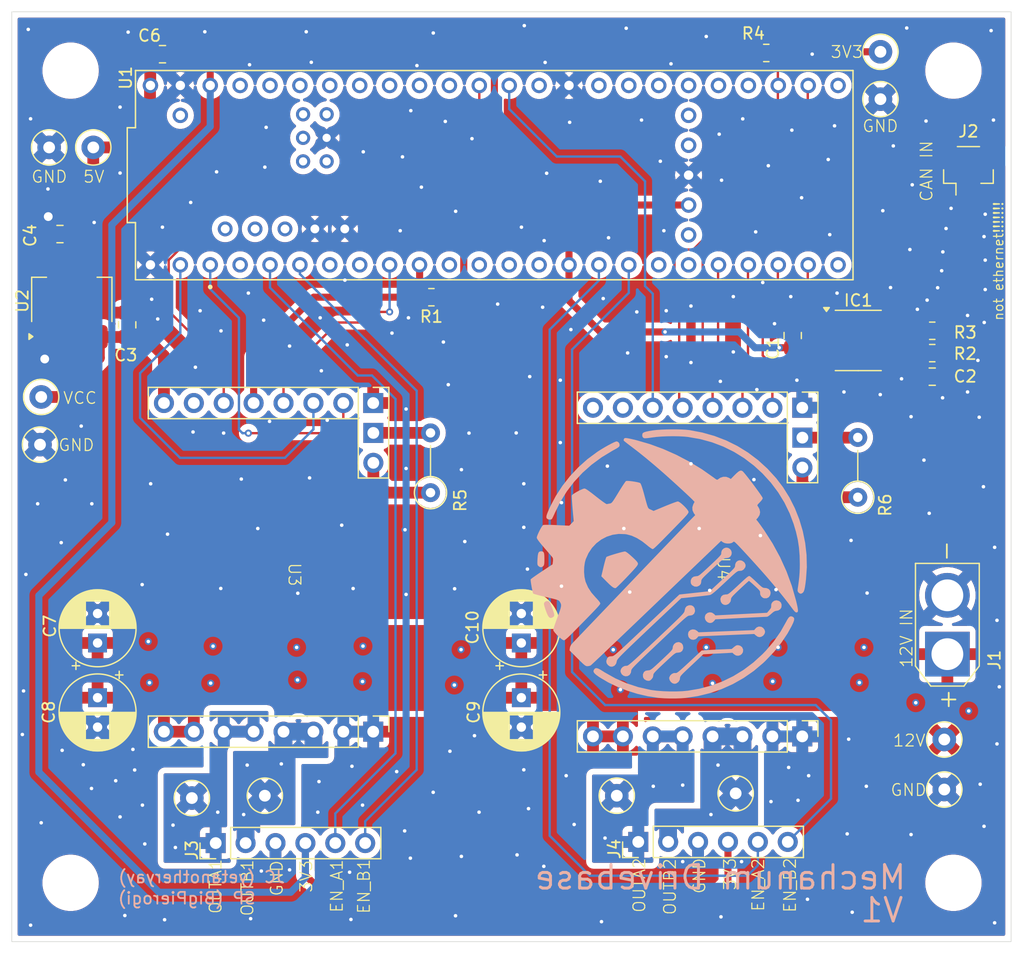
<source format=kicad_pcb>
(kicad_pcb (version 20240108) (generator "pcbnew") (generator_version "8.0")
  (layers (0 "F.Cu" signal "LAYER1") (31 "B.Cu" signal "LAYER2") (34 "B.Paste" user) (35 "F.Paste" user) (36 "B.SilkS" user "B.Silkscreen") (37 "F.SilkS" user "F.Silkscreen") (38 "B.Mask" user) (39 "F.Mask" user) (44 "Edge.Cuts" user))
  (net 0 "")
  (net 1 "GND")
  (net 2 "+3V3")
  (net 3 "Net-(C2-Pad1)")
  (net 4 "C_TX")
  (net 5 "CANN")
  (net 6 "CANP")
  (net 7 "C_RX")
  (net 8 "+12V")
  (net 9 "DIR1")
  (net 10 "PWM1")
  (net 11 "SLP1")
  (net 12 "VCC")
  (net 13 "FLT1")
  (net 14 "Net-(U3-VREF)")
  (net 15 "OUTA1")
  (net 16 "OUTB1")
  (net 19 "DIR2")
  (net 25 "Net-(U3-VREFGND)")
  (net 26 "+5V")
  (net 45 "PWM2")
  (net 49 "FLT2")
  (net 61 "SLP2")
  (net 62 "Net-(U4-VREF)")
  (net 63 "OUTA2")
  (net 64 "OUTB2")
  (net 65 "EN_OUTA1")
  (net 66 "EN_OUTB1")
  (net 67 "EN_OUTB2")
  (net 68 "EN_OUTA2")
  (net 69 "Net-(U4-VREFGND)")
  (net 70 "CS1")
  (net 71 "CS2")
  (footprint "Resistor_SMD:R_0805_2012Metric_Pad1.20x1.40mm_HandSolder" (layer "F.Cu") (at 98.2 54.1)
    (property "Reference" "R2")
    (property "Value" "60" (hide yes))
  )
  (footprint "TestPoint:TestPoint_Loop_D1.80mm_Drill1.0mm_Beaded" (layer "F.Cu") (at 22.4 63.775)
    (property "Reference" "TP11" (hide yes))
    (property "Value" "~" (hide yes))
  )
  (footprint "Resistor_SMD:R_0805_2012Metric_Pad1.20x1.40mm_HandSolder" (layer "F.Cu") (at 84.1 30.5)
    (property "Reference" "R4")
    (property "Value" "60" (hide yes))
  )
  (footprint "MountingHole:MountingHole_4.3mm_M4_DIN965" (layer "F.Cu") (at 100 101)
    (property "Reference" "H4" (hide yes))
    (property "Value" "M4" (hide yes))
  )
  (footprint "Resistor_THT:R_Axial_DIN0207_L6.3mm_D2.5mm_P5.08mm_Vertical" (layer "F.Cu") (at 55.575 67.855 90)
    (property "Reference" "R5")
    (property "Value" "20K" (hide yes))
  )
  (footprint "TestPoint:TestPoint_Loop_D1.80mm_Drill1.0mm_Beaded" (layer "F.Cu") (at 41.5 93.6)
    (property "Reference" "TP7" (hide yes))
    (property "Value" "~" (hide yes))
  )
  (footprint "TestPoint:TestPoint_Loop_D1.80mm_Drill1.0mm_Beaded" (layer "F.Cu") (at 93.8 34.425)
    (property "Reference" "TP12" (hide yes))
    (property "Value" "~" (hide yes))
  )
  (footprint "Capacitor_THT:CP_Radial_D6.3mm_P2.50mm" (layer "F.Cu") (at 27.29 80.625 90)
    (property "Reference" "C7")
    (property "Value" "220uF" (hide yes))
  )
  (footprint "TestPoint:TestPoint_Loop_D1.80mm_Drill1.0mm_Beaded" (layer "F.Cu") (at 99.225 88.825)
    (property "Reference" "TP1" (hide yes))
    (property "Value" "~" (hide yes))
  )
  (footprint "Connector_PinHeader_2.54mm:PinHeader_1x06_P2.54mm_Vertical" (layer "F.Cu") (at 37.325 97.625 90)
    (property "Reference" "J3")
    (property "Value" "5 pin dupont" (hide yes))
  )
  (footprint "MountingHole:MountingHole_4.3mm_M4_DIN965" (layer "F.Cu") (at 25 32)
    (property "Reference" "H1" (hide yes))
    (property "Value" "M4" (hide yes))
  )
  (footprint "Connector_PinHeader_2.54mm:PinHeader_1x06_P2.54mm_Vertical" (layer "F.Cu") (at 73.225 97.525 90)
    (property "Reference" "J4")
    (property "Value" "5 pin dupont" (hide yes))
  )
  (footprint "TestPoint:TestPoint_Loop_D1.80mm_Drill1.0mm_Beaded" (layer "F.Cu") (at 35.3 93.8)
    (property "Reference" "TP6" (hide yes))
    (property "Value" "~" (hide yes))
  )
  (footprint "Connector_AMASS:AMASS_XT30U-M_1x02_P5.0mm_Vertical" (layer "F.Cu") (at 99.485 81.575 90)
    (property "Reference" "J1")
    (property "Value" "XT30U-M" (hide yes))
  )
  (footprint "TestPoint:TestPoint_Loop_D1.80mm_Drill1.0mm_Beaded" (layer "F.Cu") (at 26.925 38.525 -90)
    (property "Reference" "TP2" (hide yes))
    (property "Value" "~" (hide yes))
  )
  (footprint "Capacitor_THT:CP_Radial_D6.3mm_P2.50mm" (layer "F.Cu") (at 63.29 80.625 90)
    (property "Reference" "C10")
    (property "Value" "220uF" (hide yes))
  )
  (footprint "Resistor_SMD:R_0805_2012Metric_Pad1.20x1.40mm_HandSolder" (layer "F.Cu") (at 55.65 51.25 180)
    (property "Reference" "R1")
    (property "Value" "60" (hide yes))
  )
  (footprint "Connector_JST:JST_SH_BM02B-SRSS-TB_1x02-1MP_P1.00mm_Vertical" (layer "F.Cu") (at 101.275 40.465)
    (property "Reference" "J2")
    (property "Value" "BM02B-SRSS-TB" (hide yes))
  )
  (footprint "PolouMotorDriver:Pololu_G2_Motor_Driver_18v17" (layer "F.Cu") (at 93.9675 74.31 -90)
    (property "Reference" "U4")
    (property "Value" "~" (hide yes))
  )
  (footprint "Capacitor_SMD:C_0805_2012Metric_Pad1.18x1.45mm_HandSolder" (layer "F.Cu") (at 86.345 54.505 90)
    (property "Reference" "C1")
    (property "Value" "0.1 uF" (hide yes))
  )
  (footprint "TestPoint:TestPoint_Loop_D1.80mm_Drill1.0mm_Beaded" (layer "F.Cu") (at 93.8 30.4)
    (property "Reference" "TP3" (hide yes))
    (property "Value" "~" (hide yes))
  )
  (footprint "MountingHole:MountingHole_4.3mm_M4_DIN965" (layer "F.Cu") (at 100 32)
    (property "Reference" "H2" (hide yes))
    (property "Value" "M4" (hide yes))
  )
  (footprint "Package_SO:SOIC-8_3.9x4.9mm_P1.27mm" (layer "F.Cu") (at 91.915 54.925)
    (property "Reference" "IC1")
    (property "Value" "TCAN3414DR" (hide yes))
  )
  (footprint "MountingHole:MountingHole_4.3mm_M4_DIN965" (layer "F.Cu") (at 25 101)
    (property "Reference" "H3" (hide yes))
    (property "Value" "M4" (hide yes))
  )
  (footprint "Capacitor_THT:CP_Radial_D6.3mm_P2.50mm" (layer "F.Cu") (at 27.29 85.275 -90)
    (property "Reference" "C8")
    (property "Value" "220uF" (hide yes))
  )
  (footprint "Package_TO_SOT_SMD:SOT-223-3_TabPin2" (layer "F.Cu") (at 25.1 51.465 90)
    (property "Reference" "U2")
    (property "Value" "LD1117S50TR_SOT223" (hide yes))
  )
  (footprint "Capacitor_SMD:C_0805_2012Metric_Pad1.18x1.45mm_HandSolder" (layer "F.Cu") (at 24.095 45.885 180)
    (property "Reference" "C4")
    (property "Value" "0.1 uF" (hide yes))
  )
  (footprint "Resistor_SMD:R_0805_2012Metric_Pad1.20x1.40mm_HandSolder" (layer "F.Cu") (at 98.2 56 180)
    (property "Reference" "R3")
    (property "Value" "60" (hide yes))
  )
  (footprint "TestPoint:TestPoint_Loop_D1.80mm_Drill1.0mm_Beaded" (layer "F.Cu") (at 22.5 59.725)
    (property "Reference" "TP5" (hide yes))
    (property "Value" "~" (hide yes))
  )
  (footprint "TestPoint:TestPoint_Loop_D1.80mm_Drill1.0mm_Beaded" (layer "F.Cu") (at 99.225 93.075)
    (property "Reference" "TP4" (hide yes))
    (property "Value" "~" (hide yes))
  )
  (footprint "Capacitor_THT:CP_Radial_D6.3mm_P2.50mm" (layer "F.Cu") (at 63.29 85.275 -90)
    (property "Reference" "C9")
    (property "Value" "220uF" (hide yes))
  )
  (footprint "TestPoint:TestPoint_Loop_D1.80mm_Drill1.0mm_Beaded" (layer "F.Cu") (at 81.5 93.4)
    (property "Reference" "TP9" (hide yes))
    (property "Value" "~" (hide yes))
  )
  (footprint "Capacitor_SMD:C_0805_2012Metric_Pad1.18x1.45mm_HandSolder" (layer "F.Cu") (at 98.2 58 180)
    (property "Reference" "C2")
    (property "Value" "560pF" (hide yes))
  )
  (footprint "PolouMotorDriver:Pololu_G2_Motor_Driver_18v17" (layer "F.Cu") (at 57.5175 73.91 -90)
    (property "Reference" "U3")
    (property "Value" "~" (hide yes))
  )
  (footprint "Capacitor_SMD:C_0805_2012Metric_Pad1.18x1.45mm_HandSolder" (layer "F.Cu") (at 32.805 30.605)
    (property "Reference" "C6")
    (property "Value" "0.1 uF" (hide yes))
  )
  (footprint "TestPoint:TestPoint_Loop_D1.80mm_Drill1.0mm_Beaded" (layer "F.Cu") (at 23.175 38.525 180)
    (property "Reference" "TP10" (hide yes))
    (property "Value" "~" (hide yes))
  )
  (footprint "Custom Footprints:Teensy41" (layer "F.Cu") (at 60.99 40.88)
    (property "Reference" "U1")
    (property "Value" "Teensy 4.1" (hide yes))
  )
  (footprint "Capacitor_SMD:C_0805_2012Metric_Pad1.18x1.45mm_HandSolder" (layer "F.Cu") (at 29.805 53.595 90)
    (property "Reference" "C3")
    (property "Value" "0.1 uF" (hide yes))
  )
  (footprint "TestPoint:TestPoint_Loop_D1.80mm_Drill1.0mm_Beaded" (layer "F.Cu") (at 71.4 93.6)
    (property "Reference" "TP8" (hide yes))
    (property "Value" "~" (hide yes))
  )
  (footprint "Resistor_THT:R_Axial_DIN0207_L6.3mm_D2.5mm_P5.08mm_Vertical" (layer "F.Cu") (at 91.875 68.245 90)
    (property "Reference" "R6")
    (property "Value" "20K" (hide yes))
  )
  (footprint "LOGO" (layer "B.Cu") (at 75.8 73.9 180)
    (property "Reference" "G***" (hide yes))
    (property "Value" "LOGO" (hide yes))
  )
  (gr_rect (start 20 27) (end 104.9 106) (stroke (width 0.05)) (fill none) (layer "Edge.Cuts"))
  (gr_text "JC (yetanotheryay)" (at 43.3 101.1 0) (layer "B.SilkS") (effects (font (size 1 1)) (justify left bottom mirror)))
  (gr_text "V1" (at 95.9 104.5 0) (layer "B.SilkS") (effects (font (size 2 2) (thickness 0.25)) (justify left bottom mirror)))
  (gr_text "Mechanum Drivebase" (at 96.120837 101.709928 0) (layer "B.SilkS") (effects (font (size 2 2) (thickness 0.25)) (justify left bottom mirror)))
  (gr_text "SP (BigPierogi)" (at 40.8 102.9 0) (layer "B.SilkS") (effects (font (size 1 1)) (justify left bottom mirror)))
  (gr_text "VCC" (at 24.3 60.4 0) (layer "F.SilkS") (effects (font (size 1 1) (thickness 0.1)) (justify left bottom)))
  (gr_text "EN_A1" (at 48.2 103.6 90) (layer "F.SilkS") (effects (font (size 1 1) (thickness 0.1)) (justify left bottom)))
  (gr_text "12V" (at 94.8 89.5 0) (layer "F.SilkS") (effects (font (size 1 1) (thickness 0.1)) (justify left bottom)))
  (gr_text "GND" (at 94.6 93.7 0) (layer "F.SilkS") (effects (font (size 1 1) (thickness 0.1)) (justify left bottom)))
  (gr_text "GND" (at 21.6 41.6 0) (layer "F.SilkS") (effects (font (size 1 1) (thickness 0.1)) (justify left bottom)))
  (gr_text "5V" (at 26 41.6 0) (layer "F.SilkS") (effects (font (size 1 1) (thickness 0.1)) (justify left bottom)))
  (gr_text "3V3\n" (at 81.6 101.7 90) (layer "F.SilkS") (effects (font (size 1 1) (thickness 0.1)) (justify left bottom)))
  (gr_text "GND\n" (at 43.1 102.2 90) (layer "F.SilkS") (effects (font (size 1 1) (thickness 0.1)) (justify left bottom)))
  (gr_text "OUTB1" (at 40.6 103.9 90) (layer "F.SilkS") (effects (font (size 1 1) (thickness 0.1)) (justify left bottom)))
  (gr_text "GND" (at 79 102 90) (layer "F.SilkS") (effects (font (size 1 1) (thickness 0.1)) (justify left bottom)))
  (gr_text "OUTA1" (at 37.9 103.7 90) (layer "F.SilkS") (effects (font (size 1 1) (thickness 0.1)) (justify left bottom)))
  (gr_text "EN_B2" (at 86.7 103.6 90) (layer "F.SilkS") (effects (font (size 1 1) (thickness 0.1)) (justify left bottom)))
  (gr_text "3V3" (at 45.6 101.9 90) (layer "F.SilkS") (effects (font (size 1 1) (thickness 0.1)) (justify left bottom)))
  (gr_text "EN_A2" (at 84 103.5 90) (layer "F.SilkS") (effects (font (size 1 1) (thickness 0.1)) (justify left bottom)))
  (gr_text "GND" (at 92.2 37.3 0) (layer "F.SilkS") (effects (font (size 1 1) (thickness 0.1)) (justify left bottom)))
  (gr_text "3V3" (at 89.5 31 0) (layer "F.SilkS") (effects (font (size 1 1) (thickness 0.1)) (justify left bottom)))
  (gr_text "EN_B1" (at 50.5 103.7 90) (layer "F.SilkS") (effects (font (size 1 1) (thickness 0.1)) (justify left bottom)))
  (gr_text "GND" (at 23.9 64.4 0) (layer "F.SilkS") (effects (font (size 1 1) (thickness 0.1)) (justify left bottom)))
  (gr_text "OUTB2" (at 76.5 103.8 90) (layer "F.SilkS") (effects (font (size 1 1) (thickness 0.1)) (justify left bottom)))
  (gr_text "12V IN" (at 96.6 82.8 90) (layer "F.SilkS") (effects (font (size 1 1) (thickness 0.1)) (justify left bottom)))
  (gr_text "not ethernet!!!!!!!" (at 104.3 53.3 90) (layer "F.SilkS") (effects (font (size 0.8 0.8) (thickness 0.1)) (justify left bottom)))
  (gr_text "OUTA2" (at 73.9 103.6 90) (layer "F.SilkS") (effects (font (size 1 1) (thickness 0.1)) (justify left bottom)))
  (gr_text "CAN IN" (at 98.3 43.2 90) (layer "F.SilkS") (effects (font (size 1 1) (thickness 0.1)) (justify left bottom)))
  (segment (start 23.0575 44.4425) (end 23.1 44.4) (width 1) (layer "F.Cu") (net 1))
  (segment (start 22.8 54.615) (end 22.8 56.5) (width 1) (layer "F.Cu") (net 1))
  (segment (start 23.0575 45.885) (end 23.0575 44.4425) (width 1) (layer "F.Cu") (net 1))
  (via (at 91.4 103.5) (size 0.6) (drill 0.3) (layers "F.Cu" "B.Cu") (net 1))
  (via (at 102.7 44.2) (size 0.6) (drill 0.3) (layers "F.Cu" "B.Cu") (net 1))
  (via (at 102.548697 67.349695) (size 0.6) (drill 0.3) (layers "F.Cu" "B.Cu") (net 1))
  (via (at 83.6 71.5) (size 0.6) (drill 0.3) (layers "F.Cu" "B.Cu") (net 1))
  (via (at 35.4 62.7) (size 0.6) (drill 0.3) (layers "F.Cu" "B.Cu") (net 1))
  (via (at 31.1 94.4) (size 0.6) (drill 0.3) (layers "F.Cu" "B.Cu") (net 1))
  (via (at 43.6 55.4) (size 0.6) (drill 0.3) (layers "F.Cu" "B.Cu") (net 1))
  (via (at 53.19339 39.326651) (size 0.6) (drill 0.3) (layers "F.Cu" "B.Cu") (net 1))
  (via (at 48.813654 104.114316) (size 0.6) (drill 0.3) (layers "F.Cu" "B.Cu") (net 1))
  (via (at 91.1 88.8) (size 0.6) (drill 0.3) (layers "F.Cu" "B.Cu") (net 1))
  (via (at 87.1 42.8) (size 0.6) (drill 0.3) (layers "F.Cu" "B.Cu") (net 1))
  (via (at 39.5 66.7) (size 0.6) (drill 0.3) (layers "F.Cu" "B.Cu") (net 1))
  (via (at 56.831165 36.317838) (size 0.6) (drill 0.3) (layers "F.Cu" "B.Cu") (net 1))
  (via (at 67.395061 36.392482) (size 0.6) (drill 0.3) (layers "F.Cu" "B.Cu") (net 1))
  (via (at 26.077521 90.967631) (size 0.6) (drill 0.3) (layers "F.Cu" "B.Cu") (net 1))
  (via (at 87.6 102.4) (size 0.6) (drill 0.3) (layers "F.Cu" "B.Cu") (net 1))
  (via (at 35.6 57.2) (size 0.6) (drill 0.3) (layers "F.Cu" "B.Cu") (net 1))
  (via (at 30.291217 89.665758) (size 0.6) (drill 0.3) (layers "F.Cu" "B.Cu") (net 1))
  (via (at 21.2 74.8) (size 0.6) (drill 0.3) (layers "F.Cu" "B.Cu") (net 1))
  (via (at 40.294334 104.047235) (size 0.6) (drill 0.3) (layers "F.Cu" "B.Cu") (net 1))
  (via (at 48.3 49.8) (size 0.6) (drill 0.3) (layers "F.Cu" "B.Cu") (net 1))
  (via (at 53.377557 96.590718) (size 0.6) (drill 0.3) (layers "F.Cu" "B.Cu") (net 1))
  (via (at 70.7 46.2) (size 0.6) (drill 0.3) (layers "F.Cu" "B.Cu") (net 1))
  (via (at 54.420447 31.572035) (size 0.6) (drill 0.3) (layers "F.Cu" "B.Cu") (net 1))
  (via (at 20.9 88.4) (size 0.6) (drill 0.3) (layers "F.Cu" "B.Cu") (net 1))
  (via (at 79.293862 76.1597) (size 0.6) (drill 0.3) (layers "F.Cu" "B.Cu") (net 1))
  (via (at 70 41.4) (size 0.6) (drill 0.3) (layers "F.Cu" "B.Cu") (net 1))
  (via (at 59.7 95) (size 0.6) (drill 0.3) (layers "F.Cu" "B.Cu") (net 1))
  (via (at 99 49) (size 0.6) (drill 0.3) (layers "F.Cu" "B.Cu") (net 1))
  (via (at 53 45.6) (size 0.6) (drill 0.3) (layers "F.Cu" "B.Cu") (net 1))
  (via (at 89.362765 39.552171) (size 0.6) (drill 0.3) (layers "F.Cu" "B.Cu") (net 1))
  (via (at 53.406209 71.006745) (size 0.6) (drill 0.3) (layers "F.Cu" "B.Cu") (net 1))
  (via (at 87.7 91.9) (size 0.6) (drill 0.3) (layers "F.Cu" "B.Cu") (net 1))
  (via (at 86 91.2) (size 0.6) (drill 0.3) (layers "F.Cu" "B.Cu") (net 1))
  (via (at 21.598102 36.093145) (size 0.6) (drill 0.3) (layers "F.Cu" "B.Cu") (net 1))
  (via (at 63.5 67.1) (size 0.6) (drill 0.3) (layers "F.Cu" "B.Cu") (net 1))
  (via (at 99.373518 45.414126) (size 0.6) (drill 0.3) (layers "F.Cu" "B.Cu") (net 1))
  (via (at 103.5 104.4) (size 0.6) (drill 0.3) (layers "F.Cu" "B.Cu") (net 1))
  (via (at 72.2 28.4) (size 0.6) (drill 0.3) (layers "F.Cu" "B.Cu") (net 1))
  (via (at 91.301407 71.911221) (size 0.6) (drill 0.3) (layers "F.Cu" "B.Cu") (net 1))
  (via (at 56.668252 55.058374) (size 0.6) (drill 0.3) (layers "F.Cu" "B.Cu") (net 1))
  (via (at 102.6 96.2) (size 0.6) (drill 0.3) (layers "F.Cu" "B.Cu") (net 1))
  (via (at 49.8 94.4) (size 0.6) (drill 0.3) (layers "F.Cu" "B.Cu") (net 1))
  (via (at 86.7 58.3) (size 0.6) (drill 0.3) (layers "F.Cu" "B.Cu") (net 1))
  (via (at 57.223549 89.822965) (size 0.6) (drill 0.3) (layers "F.Cu" "B.Cu") (net 1))
  (via (at 103.2 28.6) (size 0.6) (drill 0.3) (layers "F.Cu" "B.Cu") (net 1))
  (via (at 59.096795 37.780735) (size 0.6) (drill 0.3) (layers "F.Cu" "B.Cu") (net 1))
  (via (at 31.077557 75.664699) (size 0.6) (drill 0.3) (layers "F.Cu" "B.Cu") (net 1))
  (via (at 31.885014 51.423525) (size 0.6) (drill 0.3) (layers "F.Cu" "B.Cu") (net 1))
  (via (at 83.2 45.7) (size 0.6) (drill 0.3) (layers "F.Cu" "B.Cu") (net 1))
  (via (at 102.7 48.1) (size 0.6) (drill 0.3) (layers "F.Cu" "B.Cu") (net 1))
  (via (at 97.670935 36.28379) (size 0.6) (drill 0.3) (layers "F.Cu" "B.Cu") (net 1))
  (via (at 29.2 35.1) (size 0.6) (drill 0.3) (layers "F.Cu" "B.Cu") (net 1))
  (via (at 77 99.2) (size 0.6) (drill 0.3) (layers "F.Cu" "B.Cu") (net 1))
  (via (at 36.4 28.7) (size 0.6) (drill 0.3) (layers "F.Cu" "B.Cu") (net 1))
  (via (at 26.8 68.8) (size 0.6) (drill 0.3) (layers "F.Cu" "B.Cu") (net 1))
  (via (at 36 52.4) (size 0.6) (drill 0.3) (layers "F.Cu" "B.Cu") (net 1))
  (via (at 83.050413 66.745964) (size 0.6) (drill 0.3) (layers "F.Cu" "B.Cu") (net 1))
  (via (at 102.19093 61.446545) (size 0.6) (drill 0.3) (layers "F.Cu" "B.Cu") (net 1))
  (via (at 90.111341 50.901415) (size 0.6) (drill 0.3) (layers "F.Cu" "B.Cu") (net 1))
  (via (at 41.5 40.2) (size 0.6) (drill 0.3) (layers "F.Cu" "B.Cu") (net 1))
  (via (at 52.7 91.551761) (size 0.6) (drill 0.3) (layers "F.Cu" "B.Cu") (net 1))
  (via (at 57.710449 43.95221) (size 0.6) (drill 0.3) (layers "F.Cu" "B.Cu") (net 1))
  (via (at 97.495243 65.091293) (size 0.6) (drill 0.3) (layers "F.Cu" "B.Cu") (net 1))
  (via (at 53.499055 60.748898) (size 0.6) (drill 0.3) (layers "F.Cu" "B.Cu") (net 1))
  (via (at 23.1 44.4) (size 1.5) (drill 0.75) (layers "F.Cu" "B.Cu") (net 1))
  (via (at 62.92794 98.628001) (size 0.6) (drill 0.3) (layers "F.Cu" "B.Cu") (net 1))
  (via (at 81.3 51.2) (size 0.6) (drill 0.3) (layers "F.Cu" "B.Cu") (net 1))
  (via (at 30.440287 91.41484) (size 0.6) (drill 0.3) (layers "F.Cu" "B.Cu") (net 1))
  (via (at 65.440595 40.718809) (size 0.6) (drill 0.3) (layers "F.Cu" "B.Cu") (net 1))
  (via (at 70.245553 51.363897) (size 0.6) (drill 0.3) (layers "F.Cu" "B.Cu") (net 1))
  (via (at 67.1 91.9) (size 0.6) (drill 0.3) (layers "F.Cu" "B.Cu") (net 1))
  (via (at 29.606055 103.77891) (size 0.6) (drill 0.3) (layers "F.Cu" "B.Cu") (net 1))
  (via (at 41.610948 36.819237) (size 0.6) (drill 0.3) (layers "F.Cu" "B.Cu") (net 1))
  (via (at 65.228585 46.443076) (size 0.6) (drill 0.3) (layers "F.Cu" "B.Cu") (net 1))
  (via (at 57.622296 76.017539) (size 0.6) (drill 0.3) (layers "F.Cu" "B.Cu") (net 1))
  (via (at 37.4 40.6) (size 0.6) (drill 0.3) (layers "F.Cu" "B.Cu") (net 1))
  (via (at 77.7 56.8) (size 0.6) (drill 0.3) (layers "F.Cu" "B.Cu") (net 1))
  (via (at 96.4 96.9) (size 0.6) (drill 0.3) (layers "F.Cu" "B.Cu") (net 1))
  (via (at 62.854634 62.780172) (size 0.6) (drill 0.3) (layers "F.Cu" "B.Cu") (net 1))
  (via (at 75.1 39.7) (size 0.6) (drill 0.3) (layers "F.Cu" "B.Cu") (net 1))
  (via (at 40.9 70.9) (size 0.6) (drill 0.3) (layers "F.Cu" "B.Cu") (net 1))
  (via (at 79 29.1) (size 0.6) (drill 0.3) (layers "F.Cu" "B.Cu") (net 1))
  (via (at 76.005704 31.422965) (size 0.6) (drill 0.3) (layers "F.Cu" "B.Cu") (net 1))
  (via (at 58.844666 62.795079) (size 0.6) (drill 0.3) (layers "F.Cu" "B.Cu") (net 1))
  (via (at 83.3 59.1) (size 0.6) (drill 0.3) (layers "F.Cu" "B.Cu") (net 1))
  (via (at 72.322587 55.98505) (size 0.6) (drill 0.3) (layers "F.Cu" "B.Cu") (net 1))
  (via (at 55.80242 93.31119) (size 0.6) (drill 0.3) (layers "F.Cu" "B.Cu") (net 1))
  (via (at 67.77849 96.044176) (size 0.6) (drill 0.3) (layers "F.Cu" "B.Cu") (net 1))
  (via (at 48.9 91.1) (size 0.6) (drill 0.3) (layers "F.Cu" "B.Cu") (net 1))
  (via (at 82 99.2) (size 0.6) (drill 0.3) (layers "F.Cu" "B.Cu") (net 1))
  (via (at 28.830337 92.329132) (size 0.6) (drill 0.3) (layers "F.Cu" "B.Cu") (net 1))
  (via (at 65.312455 31.30371) (size 0.6) (drill 0.3) (layers "F.Cu" "B.Cu") (net 1))
  (via (at 35.2 43.2) (size 0.6) (drill 0.3) (layers "F.Cu" "B.Cu") (net 1))
  (via (at 29.2 40.7) (size 0.6) (drill 0.3) (layers "F.Cu" "B.Cu") (net 1))
  (via (at 58.486899 72.007571) (size 0.6) (drill 0.3) (layers "F.Cu" "B.Cu") (net 1))
  (via (at 103.7 89.2) (size 0.6) (drill 0.3) (layers "F.Cu" "B.Cu") (net 1))
  (via (at 82.1 36.1) (size 0.6) (drill 0.3) (layers "F.Cu" "B.Cu") (net 1))
  (via (at 103.7 78.7) (size 0.6) (drill 0.3) (layers "F.Cu" "B.Cu") (net 1))
  (via (at 96.4 61.4) (size 0.6) (drill 0.3) (layers "F.Cu" "B.Cu") (net 1))
  (via (at 43.6 99.9) (size 0.6) (drill 0.3) (layers "F.Cu" "B.Cu") (net 1))
  (via (at 66.7 68.7) (size 0.6) (drill 0.3) (layers "F.Cu" "B.Cu") (net 1))
  (via (at 95.590471 58.182629) (size 0.6) (drill 0.3) (layers "F.Cu" "B.Cu") (net 1))
  (via (at 96.032337 28.379437) (size 0.6) (drill 0.3) (layers "F.Cu" "B.Cu") (net 1))
  (via (at 73.1 52.5) (size 0.6) (drill 0.3) (layers "F.Cu" "B.Cu") (net 1))
  (via (at 98.657984 50.44522) (size 0.6) (drill 0.3) (layers "F.Cu" "B.Cu") (net 1))
  (via (at 58.19747 98.757194) (size 0.6) (drill 0.3) (layers "F.Cu" "B.Cu") (net 1))
  (via (at 84.5 94.1) (size 0.6) (drill 0.3) (layers "F.Cu" "B.Cu") (net 1))
  (via (at 63.5 70.8) (size 0.6) (drill 0.3) (layers "F.Cu" "B.Cu") (net 1))
  (via (at 53.9 35.4) (size 0.6) (drill 0.3) (layers "F.Cu" "B.Cu") (net 1))
  (via (at 96.5 41.7) (size 0.6) (drill 0.3) (layers "F.Cu" "B.Cu") (net 1))
  (via (at 46.3 57.5) (size 0.6) (drill 0.3) (layers "F.Cu" "B.Cu") (net 1))
  (via (at 63.3 45.3) (size 0.6) (drill 0.3) (layers "F.Cu" "B.Cu") (net 1))
  (via (at 48.7 100.1) (size 0.6) (drill 0.3) (layers "F.Cu" "B.Cu") (net 1))
  (via (at 24.2 72.1) (size 0.6) (drill 0.3) (layers "F.Cu" "B.Cu") (net 1))
  (via (at 21.4 28.5) (size 0.6) (drill 0.3) (layers "F.Cu" "B.Cu") (net 1))
  (via (at 89.899415 36.690037) (size 0.6) (drill 0.3) (layers "F.Cu" "B.Cu") (net 1))
  (via (at 75.4 45.6) (size 0.6) (drill 0.3) (layers "F.Cu" "B.Cu") (net 1))
  (via (at 25.9 62.2) (size 0.6) (drill 0.3) (layers "F.Cu" "B.Cu") (net 1))
  (via (at 21.6 104.6) (size 0.6) (drill 0.3) (layers "F.Cu" "B.Cu") (net 1))
  (via (at 70.1 104.3) (size 0.6) (drill 0.3) (layers "F.Cu" "B.Cu") (net 1))
  (via (at 73.5 36.2) (size 0.6) (drill 0.3) (layers "F.Cu" "B.Cu") (net 1))
  (via (at 63.9 94.7) (size 0.6) (drill 0.3) (layers "F.Cu" "B.Cu") (net 1))
  (via (at 41.4 53.2) (size 0.6) (drill 0.3) (layers "F.Cu" "B.Cu") (net 1))
  (via (at 40.1 50.9) (size 0.6) (drill 0.3) (layers "F.Cu" "B.Cu") (net 1))
  (via (at 75.6 56.3) (size 0.6) (drill 0.3) (layers "F.Cu" "B.Cu") (net 1))
  (via (at 65.1 52.1) (size 0.6) (drill 0.3) (layers "F.Cu" "B.Cu") (net 1))
  (via (at 57.085646 58.680762) (size 0.6) (drill 0.3) (layers "F.Cu" "B.Cu") (net 1))
  (via (at 102.615778 53.396795) (size 0.6) (drill 0.3) (layers "F.Cu" "B.Cu") (net 1))
  (via (at 94 43.9) (size 0.6) (drill 0.3) (layers "F.Cu" "B.Cu") (net 1))
  (via (at 32.982478 104.136677) (size 0.6) (drill 0.3) (layers "F.Cu" "B.Cu") (net 1))
  (via (at 101.2 52.8) (size 0.6) (drill 0.3) (layers "F.Cu" "B.Cu") (net 1))
  (via (at 45.016913 28.6993) (size 0.6) (drill 0.3) (layers "F.Cu" "B.Cu") (net 1))
  (via (at 86.796904 93.990694) (size 0.6) (drill 0.3) (layers "F.Cu" "B.Cu") (net 1))
  (via (at 101.2 59.3) (size 0.6) (drill 0.3) (layers "F.Cu" "B.Cu") (net 1))
  (via (at 99.1 47.4) (size 0.6) (drill 0.3) (layers "F.Cu" "B.Cu") (net 1))
  (via (at 99.8 43.7) (size 0.6) (drill 0.3) (layers "F.Cu" "B.Cu") (net 1))
  (via (at 53.5 76.5) (size 0.6) (drill 0.3) (layers "F.Cu" "B.Cu") (net 1))
  (via (at 61.28039 51.834879) (size 0.6) (drill 0.3) (layers "F.Cu" "B.Cu") (net 1))
  (via (at 48.031039 70.618411) (size 0.6) (drill 0.3) (layers "F.Cu" "B.Cu") (net 1))
  (via (at 94.891956 38.396904) (size 0.6) (drill 0.3) (layers "F.Cu" "B.Cu") (net 1))
  (via (at 24.5526 66.772419) (size 0.6) (drill 0.3) (layers "F.Cu" "B.Cu") (net 1))
  (via (at 63.54265 28.178193) (size 0.6) (drill 0.3) (layers "F.Cu" "B.Cu") (net 1))
  (via (at 80.1 37.4) (size 0.6) (drill 0.3) (layers "F.Cu" "B.Cu") (net 1))
  (via (at 21 84.7) (size 0.6) (drill 0.3) (layers "F.Cu" "B.Cu") (net 1))
  (via (at 84.928688 76.092619) (size 0.6) (drill 0.3) (layers "F.Cu" "B.Cu") (net 1))
  (via (at 41.9 61.8) (size 0.6) (drill 0.3) (layers "F.Cu" "B.Cu") (net 1))
  (via (at 49.861942 38.898756) (size 0.6) (drill 0.3) (layers "F.Cu" "B.Cu") (net 1))
  (via (at 102.7 50.6) (size 0.6) (drill 0.3) (layers "F.Cu" "B.Cu") (net 1))
  (via (at 92.665392 76.383304) (size 0.6) (drill 0.3) (layers "F.Cu" "B.Cu") (net 1))
  (via (at 46 95) (size 0.6) (drill 0.3) (layers "F.Cu" "B.Cu") (net 1))
  (via (at 102.079128 56.616695) (size 0.6) (drill 0.3) (layers "F.Cu" "B.Cu") (net 1))
  (via (at 70.6 65.6) (size 0.6) (drill 0.3) (layers "F.Cu" "B.Cu") (net 1))
  (via (at 59.310521 88.501216) (size 0.6) (drill 0.3) (layers "F.Cu" "B.Cu") (net 1))
  (via (at 23.07389 42.055923) (size 0.6) (drill 0.3) (layers "F.Cu" "B.Cu") (net 1))
  (via (at 80.252401 103.890712) (size 0.6) (drill 0.3) (layers "F.Cu" "B.Cu") (net 1))
  (via (at 77.7 65.4) (size 0.6) (drill 0.3) (layers "F.Cu" "B.Cu") (net 1))
  (via (at 72.5 76.3) (size 0.6) (drill 0.3) (layers "F.Cu" "B.Cu") (net 1))
  (via (at 97.942451 69.608098) (size 0.6) (drill 0.3) (layers "F.Cu" "B.Cu") (net 1))
  (via (at 57.7 103.8) (size 0.6) (drill 0.3) (layers "F.Cu" "B.Cu") (net 1))
  (via (at 72 70.9) (size 0.6) (drill 0.3) (layers "F.Cu" "B.Cu") (net 1))
  (via (at 31.3 97.7) (size 0.6) (drill 0.3) (layers "F.Cu" "B.Cu") (net 1))
  (via (at 78.4 70.9) (size 0.6) (drill 0.3) (layers "F.Cu" "B.Cu") (net 1))
  (via (at 88 30.6) (size 0.6) (drill 0.3) (layers "F.Cu" "B.Cu") (net 1))
  (via (at 80.2 58.4) (size 0.6) (drill 0.3) (layers "F.Cu" "B.Cu") (net 1))
  (via (at 89.491684 45.934198) (size 0.6) (drill 0.3) (layers "F.Cu" "B.Cu") (net 1))
  (via (at 66.7 75.8) (size 0.6) (drill 0.3) (layers "F.Cu" "B.Cu") (net 1))
  (via (at 44.3 76.4) (size 0.6) (drill 0.3) (layers "F.Cu" "B.Cu") (net 1))
  (via (at 64.002469 57.995043) (size 0.6) (drill 0.3) (layers "F.Cu" "B.Cu") (net 1))
  (via (at 67.5 54) (size 0.6) (drill 0.3) (layers "F.Cu" "B.Cu") (net 1))
  (via (at 90.7 59.3) (size 0.6) (drill 0.3) (layers "F.Cu" "B.Cu") (net 1))
  (via (at 58.2 65.9) (size 0.6) (drill 0.3) (layers "F.Cu" "B.Cu") (net 1))
  (via (at 96.3 47.2) (size 0.6) (drill 0.3) (layers "F.Cu" "B.Cu") (net 1))
  (via (at 83.8 50) (size 0.6) (drill 0.3) (layers "F.Cu" "B.Cu") (net 1))
  (via (at 37.755869 75.992652) (size 0.6) (drill 0.3) (layers "F.Cu" "B.Cu") (net 1))
  (via (at 52.3 54.3) (size 0.6) (drill 0.3) (layers "F.Cu" "B.Cu") (net 1))
  (via (at 22.8 56.5) (size 1.5) (drill 0.75) (layers "F.Cu" "B.Cu") (net 1))
  (via (at 33.234095 71.381437) (size 0.6) (drill 0.3) (layers "F.Cu" "B.Cu") (net 1))
  (via (at 93.783413 59.523549) (size 0.6) (drill 0.3) (layers "F.Cu" "B.Cu") (net 1))
  (via (at 102.6 46.1) (size 0.6) (drill 0.3) (layers "F.Cu" "B.Cu") (net 1))
  (via (at 55.809541 28.803649) (size 0.6) (drill 0.3) (layers "F.Cu" "B.Cu") (net 1))
  (via (at 24.27875 89.745262) (size 0.6) (drill 0.3) (layers "F.Cu" "B.Cu") (net 1))
  (via (at 63.5 91.4) (size 0.6) (drill 0.3) (layers "F.Cu" "B.Cu") (net 1))
  (via (at 53.7 53) (size 0.6) (drill 0.3) (layers "F.Cu" "B.Cu") (net 1))
  (via (at 94.656303 50.431018) (size 0.6) (drill 0.3) (layers "F.Cu" "B.Cu") (net 1))
  (via (at 90.973926 96.843449) (size 0.6) (drill 0.3) (layers "F.Cu" "B.Cu") (net 1))
  (via (at 66.6 63.6) (size 0.6) (drill 0.3) (layers "F.Cu" "B.Cu") (net 1))
  (via (at 45.446466 31.293772) (size 0.6) (drill 0.3) (layers "F.Cu" "B.Cu") (net 1))
  (via (at 66.6 58.3) (size 0.6) (drill 0.3) (layers "F.Cu" "B.Cu") (net 1))
  (via (at 46.2 53) (size 0.6) (drill 0.3) (layers "F.Cu" "B.Cu") (net 1))
  (via (at 84.274528 40.078883) (size 0.6) (drill 0.3) (layers "F.Cu" "B.Cu") (net 1))
  (via (at 75.6 52.4) (size 0.6) (drill 0.3) (layers "F.Cu" "B.Cu") (net 1))
  (via (at 37.999379 62.791712) (size 0.6) (drill 0.3) (layers "F.Cu" "B.Cu") (net 1))
  (via (at 103.898247 84.351429) (size 0.6) (drill 0.3) (layers "F.Cu" "B.Cu") (net 1))
  (via (at 29.2 95.4) (size 0.6) (drill 0.3) (layers "F.Cu" "B.Cu") (net 1))
  (via (at 45.3 66.6) (size 0.6) (drill 0.3) (layers "F.Cu" "B.Cu") (net 1))
  (via (at 81.3 55.9) (size 0.6) (drill 0.3) (layers "F.Cu" "B.Cu") (net 1))
  (via (at 103.5 72.5) (size 0.6) (drill 0.3) (layers "F.Cu" "B.Cu") (net 1))
  (via (at 22.2 68.8) (size 0.6) (drill 0.3) (layers "F.Cu" "B.Cu") (net 1))
  (via (at 41.2 100) (size 0.6) (drill 0.3) (layers "F.Cu" "B.Cu") (net 1))
  (via (at 54.8 41.9) (size 0.6) (drill 0.3) (layers "F.Cu" "B.Cu") (net 1))
  (via (at 97.763568 51.496159) (size 0.6) (drill 0.3) (layers "F.Cu" "B.Cu") (net 1))
  (via (at 46.1 92.4) (size 0.6) (drill 0.3) (layers "F.Cu" "B.Cu") (net 1))
  (via (at 46.8 61.7) (size 0.6) (drill 0.3) (layers "F.Cu" "B.Cu") (net 1))
  (via (at 103.4 36.2) (size 0.6) (drill 0.3) (layers "F.Cu" "B.Cu") (net 1))
  (via (at 92.6 92.8) (size 0.6) (drill 0.3) (layers "F.Cu" "B.Cu") (net 1))
  (via (at 49 76) (size 0.6) (drill 0.3) (layers "F.Cu" "B.Cu") (net 1))
  (via (at 86.179809 51.199304) (size 0.6) (drill 0.3) (layers "F.Cu" "B.Cu") (net 1))
  (via (at 53.5 65.8) (size 0.6) (drill 0.3) (layers "F.Cu" "B.Cu") (net 1))
  (via (at 37.775745 54.109257) (size 0.6) (drill 0.3) (layers "F.Cu" "B.Cu") (net 1))
  (via (at 22.5 95.9) (size 0.6) (drill 0.3) (layers "F.Cu" "B.Cu") (net 1))
  (via (at 27 44.9) (size 0.6) (drill 0.3) (layers "F.Cu" "B.Cu") (net 1))
  (via (at 63.808679 74.347962) (size 0.6) (drill 0.3) (layers "F.Cu" "B.Cu") (net 1))
  (via (at 32.8 45.3) (size 0.6) (drill 0.3) (layers "F.Cu" "B.Cu") (net 1))
  (via (at 48.5 55.3) (size 0.6) (drill 0.3) (layers "F.Cu" "B.Cu") (net 1))
  (via (at 102.27339 92.624784) (size 0.6) (drill 0.3) (layers "F.Cu" "B.Cu") (net 1))
  (via (at 77.7 52) (size 0.6) (drill 0.3) (layers "F.Cu" "B.Cu") (net 1))
  (via (at 80.299343 41.31119) (size 0.6) (drill 0.3) (layers "F.Cu" "B.Cu") (net 1))
  (via (at 40.2 31.5) (size 0.6) (drill 0.3) (layers "F.Cu" "B.Cu") (net 1))
  (via (at 86.272059 37.057742) (size 0.6) (drill 0.3) (layers "F.Cu" "B.Cu") (net 1))
  (via (at 26.773178 92.985038) (size 0.6) (drill 0.3) (layers "F.Cu" "B.Cu") (net 1))
  (via (at 96.936232 52.278774) (size 0.6) (drill 0.3) (layers "F.Cu" "B.Cu") (net 1))
  (via (at 65.2 99.6) (size 0.6) (drill 0.3) (layers "F.Cu" "B.Cu") (net 1))
  (via (at 32.4 53.1) (size 0.6) (drill 0.3) (layers "F.Cu" "B.Cu") (net 1))
  (via (at 31.8 67.1) (size 0.6) (drill 0.3) (layers "F.Cu" "B.Cu") (net 1))
  (via (at 84.8 53.5) (size 0.6) (drill 0.3) (layers "F.Cu" "B.Cu") (net 1))
  (via (at 99.077642 59.796277) (size 0.6) (drill 0.3) (layers "F.Cu" "B.Cu") (net 1))
  (via (at 53.864518 98.906264) (size 0.6) (drill 0.3) (layers "F.Cu" "B.Cu") (net 1))
  (via (at 29.886364 28.729114) (size 0.6) (drill 0.3) (layers "F.Cu" "B.Cu") (net 1))
  (segment (start 61.1 30.5) (end 60.6 30) (width 0.6) (layer "F.Cu") (net 2))
  (segment (start 61.106 30.494) (end 61.6 30) (width 0.6) (layer "F.Cu") (net 2))
  (segment (start 61.4 43.4) (end 61 43) (width 0.6) (layer "F.Cu") (net 2))
  (segment (start 61.4 43.4) (end 61 43.8) (width 0.6) (layer "F.Cu") (net 2))
  (segment (start 61.6 30) (end 82.6 30) (width 0.6) (layer "F.Cu") (net 2))
  (segment (start 79.7 102.2) (end 80.845 101.055) (width 0.6) (layer "F.Cu") (net 2))
  (segment (start 61.106 30.5) (end 61.106 30.006) (width 0.6) (layer "F.Cu") (net 2))
  (segment (start 67.34 43.8) (end 67.34 43.78) (width 0.6) (layer "F.Cu") (net 2))
  (segment (start 61.1 30) (end 61.6 30) (width 0.6) (layer "F.Cu") (net 2))
  (segment (start 67.7 43.42) (end 77.5 43.42) (width 0.6) (layer "F.Cu") (net 2))
  (segment (start 61.106 30.5) (end 61.106 30.494) (width 0.6) (layer "F.Cu") (net 2))
  (segment (start 70 54.2) (end 67.34 51.54) (width 0.6) (layer "F.Cu") (net 2))
  (segment (start 61 43.8) (end 61 43.4) (width 0.6) (layer "F.Cu") (net 2))
  (segment (start 67 43.42) (end 61.4 43.42) (width 0.6) (layer "F.Cu") (net 2))
  (segment (start 61.02 43.42) (end 61 43.4) (width 0.6) (layer "F.Cu") (net 2))
  (segment (start 57.75 51.25) (end 58.4 50.6) (width 0.6) (layer "F.Cu") (net 2))
  (segment (start 58.4 50.6) (end 58.4 47.4) (width 0.6) (layer "F.Cu") (net 2))
  (segment (start 46.8 102.2) (end 79.7 102.2) (width 0.6) (layer "F.Cu") (net 2))
  (segment (start 38.5 30.1) (end 36.86 31.74) (width 0.6) (layer "F.Cu") (net 2))
  (segment (start 83.9 28.6) (end 89.4 28.6) (width 0.6) (layer "F.Cu") (net 2))
  (segment (start 38.5 30.1) (end 38.6 30) (width 0.6) (layer "F.Cu") (net 2))
  (segment (start 44.945 97.625) (end 44.945 100.345) (width 0.6) (layer "F.Cu") (net 2))
  (segment (start 58.4 47.4) (end 61 44.8) (width 0.6) (layer "F.Cu") (net 2))
  (segment (start 61.4 43.42) (end 61.4 43.4) (width 0.6) (layer "F.Cu") (net 2))
  (segment (start 83.1 30.5) (end 83.1 29.4) (width 0.6) (layer "F.Cu") (net 2))
  (segment (start 89.4 28.6) (end 91.2 30.4) (width 0.6) (layer "F.Cu") (net 2))
  (segment (start 91.2 30.4) (end 93.8 30.4) (width 0.6) (layer "F.Cu") (net 2))
  (segment (start 67 43.42) (end 67.3 43.42) (width 0.6) (layer "F.Cu") (net 2))
  (segment (start 56.65 51.25) (end 57.75 51.25) (width 0.6) (layer "F.Cu") (net 2))
  (segment (start 61.4 43.42) (end 61.02 43.42) (width 0.6) (layer "F.Cu") (net 2))
  (segment (start 75.5 54.2) (end 70 54.2) (width 0.6) (layer "F.Cu") (net 2))
  (segment (start 85.2 55.5425) (end 86.345 55.5425) (width 0.6) (layer "F.Cu") (net 2))
  (segment (start 83.1 29.4) (end 83.9 28.6) (width 0.6) (layer "F.Cu") (net 2))
  (segment (start 67.34 43.76) (end 67 43.42) (width 0.6) (layer "F.Cu") (net 2))
  (segment (start 67.34 51.54) (end 67.34 48.5) (width 0.6) (layer "F.Cu") (net 2))
  (segment (start 67.34 43.8) (end 67.34 43.46) (width 0.6) (layer "F.Cu") (net 2))
  (segment (start 44.945 100.345) (end 46.8 102.2) (width 0.6) (layer "F.Cu") (net 2))
  (segment (start 82.6 30) (end 83.1 30.5) (width 0.6) (layer "F.Cu") (net 2))
  (segment (start 38.6 30) (end 60.6 30) (width 0.6) (layer "F.Cu") (net 2))
  (segment (start 36.86 31.74) (end 36.86 33.26) (width 0.6) (layer "F.Cu") (net 2))
  (segment (start 61.106 30.5) (end 61.1 30.5) (width 0.6) (layer "F.Cu") (net 2))
  (segment (start 61.106 30.006) (end 61.1 30) (width 0.6) (layer "F.Cu") (net 2))
  (segment (start 61 30.606) (end 61.106 30.5) (width 0.6) (layer "F.Cu") (net 2))
  (segment (start 67.34 43.8) (end 67.34 43.76) (width 0.6) (layer "F.Cu") (net 2))
  (segment (start 61 43.4) (end 61 43) (width 0.6) (layer "F.Cu") (net 2))
  (segment (start 67.34 48.5) (end 67.34 43.8) (width 0.6) (layer "F.Cu") (net 2))
  (segment (start 61 43) (end 61 30.606) (width 0.6) (layer "F.Cu") (net 2))
  (segment (start 80.845 101.055) (end 80.845 97.525) (width 0.6) (layer "F.Cu") (net 2))
  (segment (start 60.6 30) (end 61.1 30) (width 0.6) (layer "F.Cu") (net 2))
  (segment (start 61 44.8) (end 61 43.8) (width 0.6) (layer "F.Cu") (net 2))
  (segment (start 67.3 43.42) (end 67.7 43.42) (width 0.6) (layer "F.Cu") (net 2))
  (segment (start 89.44 55.56) (end 86.3625 55.56) (width 0.6) (layer "F.Cu") (net 2))
  (segment (start 67.34 43.78) (end 67.7 43.42) (width 0.6) (layer "F.Cu") (net 2))
  (via (at 75.5 54.2) (size 0.6) (drill 0.3) (layers "F.Cu" "B.Cu") (net 2))
  (via (at 85.2 55.5425) (size 0.6) (drill 0.3) (layers "F.Cu" "B.Cu") (net 2))
  (segment (start 22.3 91.6) (end 32.5 101.8) (width 0.6) (layer "B.Cu") (net 2))
  (segment (start 22.3 76.6) (end 22.3 91.6) (width 0.6) (layer "B.Cu") (net 2))
  (segment (start 43.7 101.8) (end 44.945 100.555) (width 0.6) (layer "B.Cu") (net 2))
  (segment (start 81.8 54.2) (end 83.1425 55.5425) (width 0.6) (layer "B.Cu") (net 2))
  (segment (start 28.5 45.1) (end 28.5 70.4) (width 0.6) (layer "B.Cu") (net 2))
  (segment (start 36.86 33.26) (end 36.86 36.74) (width 0.6) (layer "B.Cu") (net 2))
  (segment (start 44.945 100.555) (end 44.945 97.625) (width 0.6) (layer "B.Cu") (net 2))
  (segment (start 36.86 36.74) (end 28.5 45.1) (width 0.6) (layer "B.Cu") (net 2))
  (segment (start 28.5 70.4) (end 22.3 76.6) (width 0.6) (layer "B.Cu") (net 2))
  (segment (start 32.5 101.8) (end 43.7 101.8) (width 0.6) (layer "B.Cu") (net 2))
  (segment (start 83.1425 55.5425) (end 85.2 55.5425) (width 0.6) (layer "B.Cu") (net 2))
  (segment (start 75.5 54.2) (end 81.8 54.2) (width 0.6) (layer "B.Cu") (net 2))
  (segment (start 99.2375 58) (end 99.2375 54.1375) (width 0.2) (layer "F.Cu") (net 3))
  (segment (start 87.625 48.485) (end 87.625 52.725) (width 0.2) (layer "F.Cu") (net 4))
  (segment (start 87.92 53.02) (end 89.44 53.02) (width 0.2) (layer "F.Cu") (net 4))
  (segment (start 87.625 52.725) (end 87.92 53.02) (width 0.2) (layer "F.Cu") (net 4))
  (segment (start 101.5 50.215256) (end 101.5 43.227501) (width 0.2) (layer "F.Cu") (net 5))
  (segment (start 98.3 53.415256) (end 101.5 50.215256) (width 0.2) (layer "F.Cu") (net 5))
  (segment (start 101.775 42.952501) (end 101.775 41.79) (width 0.2) (layer "F.Cu") (net 5))
  (segment (start 101.5 43.227501) (end 101.775 42.952501) (width 0.2) (layer "F.Cu") (net 5))
  (segment (start 96.8 55.6) (end 94.43 55.6) (width 0.2) (layer "F.Cu") (net 5))
  (segment (start 97.2 56) (end 98.3 54.9) (width 0.2) (layer "F.Cu") (net 5))
  (segment (start 98.3 54.9) (end 98.3 53.415256) (width 0.2) (layer "F.Cu") (net 5))
  (segment (start 101.05 43.227501) (end 100.775 42.952501) (width 0.2) (layer "F.Cu") (net 6))
  (segment (start 101.05 50.028888) (end 101.05 43.227501) (width 0.2) (layer "F.Cu") (net 6))
  (segment (start 100.775 42.952501) (end 100.775 41.79) (width 0.2) (layer "F.Cu") (net 6))
  (segment (start 97.2 53.878888) (end 101.05 50.028888) (width 0.2) (layer "F.Cu") (net 6))
  (segment (start 97 54.3) (end 94.4 54.3) (width 0.2) (layer "F.Cu") (net 6))
  (segment (start 83.8 56.2) (end 83.8 51.5) (width 0.2) (layer "F.Cu") (net 7))
  (segment (start 85.085 50.215) (end 85.085 48.485) (width 0.2) (layer "F.Cu") (net 7))
  (segment (start 89.44 56.83) (end 84.43 56.83) (width 0.2) (layer "F.Cu") (net 7))
  (segment (start 84.43 56.83) (end 83.8 56.2) (width 0.2) (layer "F.Cu") (net 7))
  (segment (start 83.8 51.5) (end 85.085 50.215) (width 0.2) (layer "F.Cu") (net 7))
  (segment (start 32.9275 88.16) (end 32.56 88.16) (width 1) (layer "F.Cu") (net 8))
  (via (at 58.170386 81.190068) (size 0.6) (drill 0.3) (layers "F.Cu" "B.Cu") (net 8))
  (via (at 71.1 81.2) (size 0.6) (drill 0.3) (layers "F.Cu" "B.Cu") (net 8))
  (via (at 92.4 81) (size 0.6) (drill 0.3) (layers "F.Cu" "B.Cu") (net 8))
  (via (at 36.898175 84.037294) (size 0.6) (drill 0.3) (layers "F.Cu" "B.Cu") (net 8))
  (via (at 44.2 81) (size 0.6) (drill 0.3) (layers "F.Cu" "B.Cu") (net 8))
  (via (at 71.705892 84.588851) (size 0.6) (drill 0.3) (layers "F.Cu" "B.Cu") (net 8))
  (via (at 96.8 85.7) (size 0.6) (drill 0.3) (layers "F.Cu" "B.Cu") (net 8))
  (via (at 79.532038 84.052201) (size 0.6) (drill 0.3) (layers "F.Cu" "B.Cu") (net 8))
  (via (at 31.7 84) (size 0.6) (drill 0.3) (layers "F.Cu" "B.Cu") (net 8))
  (via (at 44.277113 83.768969) (size 0.6) (drill 0.3) (layers "F.Cu" "B.Cu") (net 8))
  (via (at 79 81) (size 0.6) (drill 0.3) (layers "F.Cu" "B.Cu") (net 8))
  (via (at 85.107236 80.996277) (size 0.6) (drill 0.3) (layers "F.Cu" "B.Cu") (net 8))
  (via (at 101.3 86.4) (size 0.6) (drill 0.3) (layers "F.Cu" "B.Cu") (net 8))
  (via (at 37.1 80.9) (size 0.6) (drill 0.3) (layers "F.Cu" "B.Cu") (net 8))
  (via (at 57.6 84.2) (size 0.6) (drill 0.3) (layers "F.Cu" "B.Cu") (net 8))
  (via (at 31.6 80.5) (size 0.6) (drill 0.3) (layers "F.Cu" "B.Cu") (net 8))
  (via (at 49.837403 80.891929) (size 0.6) (drill 0.3) (layers "F.Cu" "B.Cu") (net 8))
  (via (at 92.009151 83.992573) (size 0.6) (drill 0.3) (layers "F.Cu" "B.Cu") (net 8))
  (via (at 84.64512 83.888225) (size 0.6) (drill 0.3) (layers "F.Cu" "B.Cu") (net 8))
  (via (at 49.8 83.9) (size 0.6) (drill 0.3) (layers "F.Cu" "B.Cu") (net 8))
  (segment (start 40.1 62.8) (end 47.3 62.8) (width 0.2) (layer "F.Cu") (net 9))
  (segment (start 48.1675 61.9325) (end 48.1675 60.24) (width 0.2) (layer "F.Cu") (net 9))
  (segment (start 47.3 62.8) (end 48.1675 61.9325) (width 0.2) (layer "F.Cu") (net 9))
  (via (at 40.1 62.8) (size 0.6) (drill 0.3) (layers "F.Cu" "B.Cu") (net 9))
  (segment (start 36.86 50.56) (end 36.86 48.5) (width 0.2) (layer "B.Cu") (net 9))
  (segment (start 40.1 62.8) (end 39.6 62.8) (width 0.2) (layer "B.Cu") (net 9))
  (segment (start 39.6 62.8) (end 39.3 62.5) (width 0.2) (layer "B.Cu") (net 9))
  (segment (start 39.3 53) (end 36.86 50.56) (width 0.2) (layer "B.Cu") (net 9))
  (segment (start 39.3 62.5) (end 39.3 53) (width 0.2) (layer "B.Cu") (net 9))
  (segment (start 43.2 64.9) (end 45.6275 62.4725) (width 0.2) (layer "B.Cu") (net 10))
  (segment (start 34.3 64.9) (end 43.2 64.9) (width 0.2) (layer "B.Cu") (net 10))
  (segment (start 30.9 61.5) (end 34.3 64.9) (width 0.2) (layer "B.Cu") (net 10))
  (segment (start 34.32 48.5) (end 34.32 54.28) (width 0.2) (layer "B.Cu") (net 10))
  (segment (start 30.9 57.7) (end 30.9 61.5) (width 0.2) (layer "B.Cu") (net 10))
  (segment (start 34.32 54.28) (end 30.9 57.7) (width 0.2) (layer "B.Cu") (net 10))
  (segment (start 45.6275 62.4725) (end 45.6275 60.24) (width 0.2) (layer "B.Cu") (net 10))
  (segment (start 43.0875 58.0125) (end 47.7 53.4) (width 0.2) (layer "F.Cu") (net 11))
  (segment (start 47.7 53.4) (end 50.2 53.4) (width 0.2) (layer "F.Cu") (net 11))
  (segment (start 43.0875 60.24) (end 43.0875 58.0125) (width 0.2) (layer "F.Cu") (net 11))
  (segment (start 51.1 52.5) (end 52.1 52.5) (width 0.2) (layer "F.Cu") (net 11))
  (segment (start 50.2 53.4) (end 51.1 52.5) (width 0.2) (layer "F.Cu") (net 11))
  (via (at 52.1 52.5) (size 0.6) (drill 0.3) (layers "F.Cu" "B.Cu") (net 11))
  (segment (start 52.1 52.5) (end 52.1 48.5) (width 0.2) (layer "B.Cu") (net 11))
  (segment (start 27.4 56.4) (end 27.4 54.615) (width 1) (layer "F.Cu") (net 12))
  (segment (start 29.805 54.6325) (end 27.4175 54.6325) (width 1) (layer "F.Cu") (net 12))
  (segment (start 22.5 59.725) (end 24.075 59.725) (width 1) (layer "F.Cu") (net 12))
  (segment (start 29.805 54.6325) (end 31.3325 54.6325) (width 1) (layer "F.Cu") (net 12))
  (segment (start 32.9275 56.2275) (end 32.9275 60.24) (width 1) (layer "F.Cu") (net 12))
  (segment (start 31.3325 54.6325) (end 32.9275 56.2275) (width 1) (layer "F.Cu") (net 12))
  (segment (start 24.075 59.725) (end 27.4 56.4) (width 1) (layer "F.Cu") (net 12))
  (segment (start 45.65 51.25) (end 40.5475 56.3525) (width 0.6) (layer "F.Cu") (net 13))
  (segment (start 54.65 51.25) (end 45.65 51.25) (width 0.6) (layer "F.Cu") (net 13))
  (segment (start 40.5475 56.3525) (end 40.5475 60.24) (width 0.6) (layer "F.Cu") (net 13))
  (segment (start 54.65 51.25) (end 54.65 48.53) (width 0.6) (layer "F.Cu") (net 13))
  (segment (start 50.7175 66.7175) (end 51.855 67.855) (width 1) (layer "F.Cu") (net 14))
  (segment (start 50.7175 65.32) (end 50.7175 66.7175) (width 1) (layer "F.Cu") (net 14))
  (segment (start 51.855 67.855) (end 55.575 67.855) (width 1) (layer "F.Cu") (net 14))
  (via (at 37.5 95) (size 0.6) (drill 0.3) (layers "F.Cu" "B.Cu") (net 15))
  (via (at 33.7 96.1) (size 0.6) (drill 0.3) (layers "F.Cu" "B.Cu") (net 15))
  (via (at 33.9 98) (size 0.6) (drill 0.3) (layers "F.Cu" "B.Cu") (net 15))
  (via (at 42.9 90.9) (size 0.6) (drill 0.3) (layers "F.Cu" "B.Cu") (net 16))
  (via (at 39.7 95.2) (size 0.6) (drill 0.3) (layers "F.Cu" "B.Cu") (net 16))
  (via (at 40 91) (size 0.6) (drill 0.3) (layers "F.Cu" "B.Cu") (net 16))
  (segment (start 84.6175 58.7175) (end 82.545 56.645) (width 0.2) (layer "F.Cu") (net 19))
  (segment (start 84.6175 60.64) (end 84.6175 58.7175) (width 0.2) (layer "F.Cu") (net 19))
  (segment (start 82.545 56.645) (end 82.545 48.485) (width 0.2) (layer "F.Cu") (net 19))
  (segment (start 55.575 62.775) (end 50.7225 62.775) (width 1) (layer "F.Cu") (net 25))
  (segment (start 25.1325 43.9675) (end 26.925 42.175) (width 1) (layer "F.Cu") (net 26))
  (segment (start 30.275 38.525) (end 26.925 38.525) (width 1) (layer "F.Cu") (net 26))
  (segment (start 31.745 33.245) (end 31.745 37.055) (width 1) (layer "F.Cu") (net 26))
  (segment (start 26.925 42.175) (end 26.925 38.525) (width 1) (layer "F.Cu") (net 26))
  (segment (start 25.1 48.315) (end 25.1 54.615) (width 1) (layer "F.Cu") (net 26))
  (segment (start 25.1325 45.885) (end 25.1325 43.9675) (width 1) (layer "F.Cu") (net 26))
  (segment (start 31.745 37.055) (end 30.275 38.525) (width 1) (layer "F.Cu") (net 26))
  (segment (start 31.7675 30.605) (end 31.7675 33.2225) (width 1) (layer "F.Cu") (net 26))
  (segment (start 25.1 48.315) (end 25.1 45.9175) (width 1) (layer "F.Cu") (net 26))
  (segment (start 82.0775 58.3775) (end 80.005 56.305) (width 0.2) (layer "F.Cu") (net 45))
  (segment (start 82.0775 60.64) (end 82.0775 58.3775) (width 0.2) (layer "F.Cu") (net 45))
  (segment (start 80.005 56.305) (end 80.005 48.485) (width 0.2) (layer "F.Cu") (net 45))
  (segment (start 76.3 50) (end 76.3 47.7) (width 0.2) (layer "F.Cu") (net 49))
  (segment (start 76.8 47.2) (end 77.9 47.2) (width 0.2) (layer "F.Cu") (net 49))
  (segment (start 76.3 47.7) (end 76.8 47.2) (width 0.2) (layer "F.Cu") (net 49))
  (segment (start 76.9975 60.64) (end 76.7 60.3425) (width 0.2) (layer "F.Cu") (net 49))
  (segment (start 76.7 60.3425) (end 76.7 50.4) (width 0.2) (layer "F.Cu") (net 49))
  (segment (start 77.9 47.2) (end 81.7 43.4) (width 0.2) (layer "F.Cu") (net 49))
  (segment (start 81.7 43.4) (end 81.7 40.4) (width 0.2) (layer "F.Cu") (net 49))
  (segment (start 76.7 50.4) (end 76.3 50) (width 0.2) (layer "F.Cu") (net 49))
  (segment (start 81.7 40.4) (end 85.085 37.015) (width 0.2) (layer "F.Cu") (net 49))
  (segment (start 85.085 37.015) (end 85.085 30.585) (width 0.2) (layer "F.Cu") (net 49))
  (segment (start 78.7 47.5) (end 87.625 38.575) (width 0.2) (layer "F.Cu") (net 61))
  (segment (start 78.7 58.5) (end 78.7 47.5) (width 0.2) (layer "F.Cu") (net 61))
  (segment (start 79.5375 60.64) (end 79.5375 59.3375) (width 0.2) (layer "F.Cu") (net 61))
  (segment (start 87.625 38.575) (end 87.625 33.245) (width 0.2) (layer "F.Cu") (net 61))
  (segment (start 79.5375 59.3375) (end 78.7 58.5) (width 0.2) (layer "F.Cu") (net 61))
  (segment (start 88.345 68.245) (end 91.875 68.245) (width 1) (layer "F.Cu") (net 62))
  (segment (start 87.1675 65.72) (end 87.1675 67.0675) (width 1) (layer "F.Cu") (net 62))
  (segment (start 87.1675 67.0675) (end 88.345 68.245) (width 1) (layer "F.Cu") (net 62))
  (via (at 74.5 92.8) (size 0.6) (drill 0.3) (layers "F.Cu" "B.Cu") (net 63))
  (via (at 77 92.7) (size 0.6) (drill 0.3) (layers "F.Cu" "B.Cu") (net 63))
  (via (at 70.4 97.2) (size 0.6) (drill 0.3) (layers "F.Cu" "B.Cu") (net 63))
  (via (at 80 91) (size 0.6) (drill 0.3) (layers "F.Cu" "B.Cu") (net 64))
  (via (at 79.4 95.2) (size 0.6) (drill 0.3) (layers "F.Cu" "B.Cu") (net 64))
  (segment (start 52.6 59.9) (end 52.6 90) (width 0.2) (layer "B.Cu") (net 65))
  (segment (start 41.94 48.5) (end 41.94 50.44) (width 0.2) (layer "B.Cu") (net 65))
  (segment (start 49.4 57.9) (end 50.6 57.9) (width 0.2) (layer "B.Cu") (net 65))
  (segment (start 41.94 50.44) (end 49.4 57.9) (width 0.2) (layer "B.Cu") (net 65))
  (segment (start 52.6 90) (end 47.485 95.115) (width 0.2) (layer "B.Cu") (net 65))
  (segment (start 47.485 95.115) (end 47.485 97.625) (width 0.2) (layer "B.Cu") (net 65))
  (segment (start 50.6 57.9) (end 52.6 59.9) (width 0.2) (layer "B.Cu") (net 65))
  (segment (start 50.025 97.625) (end 50.025 95.775) (width 0.2) (layer "B.Cu") (net 66))
  (segment (start 54.4 59.2) (end 44.48 49.28) (width 0.2) (layer "B.Cu") (net 66))
  (segment (start 50.025 95.775) (end 54.4 91.4) (width 0.2) (layer "B.Cu") (net 66))
  (segment (start 44.48 49.28) (end 44.48 48.5) (width 0.2) (layer "B.Cu") (net 66))
  (segment (start 54.4 91.4) (end 54.4 59.2) (width 0.2) (layer "B.Cu") (net 66))
  (segment (start 67.6 83.088846) (end 67.6 55.7) (width 0.2) (layer "B.Cu") (net 67))
  (segment (start 88.3 85.9) (end 70.411154 85.9) (width 0.2) (layer "B.Cu") (net 67))
  (segment (start 89.6 87.2) (end 88.3 85.9) (width 0.2) (layer "B.Cu") (net 67))
  (segment (start 67.6 55.7) (end 72.42 50.88) (width 0.2) (layer "B.Cu") (net 67))
  (segment (start 85.925 97.525) (end 89.6 93.85) (width 0.2) (layer "B.Cu") (net 67))
  (segment (start 72.42 50.88) (end 72.42 48.5) (width 0.2) (layer "B.Cu") (net 67))
  (segment (start 70.411154 85.9) (end 67.6 83.088846) (width 0.2) (layer "B.Cu") (net 67))
  (segment (start 89.6 93.85) (end 89.6 87.2) (width 0.2) (layer "B.Cu") (net 67))
  (segment (start 69.1 100.4) (end 65.7 97) (width 0.2) (layer "B.Cu") (net 68))
  (segment (start 82.5 100.4) (end 69.1 100.4) (width 0.2) (layer "B.Cu") (net 68))
  (segment (start 65.7 97) (end 65.7 54) (width 0.2) (layer "B.Cu") (net 68))
  (segment (start 69.88 49.82) (end 69.88 48.5) (width 0.2) (layer "B.Cu") (net 68))
  (segment (start 83.385 97.525) (end 83.385 99.515) (width 0.2) (layer "B.Cu") (net 68))
  (segment (start 83.385 99.515) (end 82.5 100.4) (width 0.2) (layer "B.Cu") (net 68))
  (segment (start 65.7 54) (end 69.88 49.82) (width 0.2) (layer "B.Cu") (net 68))
  (segment (start 87.1675 63.18) (end 91.86 63.18) (width 1) (layer "F.Cu") (net 69))
  (segment (start 38.0075 60.24) (end 38.0075 57.1075) (width 0.2) (layer "F.Cu") (net 70))
  (segment (start 39.12084 42.3) (end 53 42.3) (width 0.2) (layer "F.Cu") (net 70))
  (segment (start 59.72 35.58) (end 59.72 33.26) (width 0.2) (layer "F.Cu") (net 70))
  (segment (start 59.72 33.26) (end 59.705 33.245) (width 0.2) (layer "F.Cu") (net 70))
  (segment (start 38.0075 57.1075) (end 33.331 52.431) (width 0.2) (layer "F.Cu") (net 70))
  (segment (start 33.331 48.08984) (end 39.12084 42.3) (width 0.2) (layer "F.Cu") (net 70))
  (segment (start 33.331 52.431) (end 33.331 48.08984) (width 0.2) (layer "F.Cu") (net 70))
  (segment (start 53 42.3) (end 59.72 35.58) (width 0.2) (layer "F.Cu") (net 70))
  (segment (start 74.4575 50.9575) (end 73.8 50.3) (width 0.2) (layer "B.Cu") (net 71))
  (segment (start 74.4575 60.64) (end 74.4575 50.9575) (width 0.2) (layer "B.Cu") (net 71))
  (segment (start 71.7 39.3) (end 66.3 39.3) (width 0.2) (layer "B.Cu") (net 71))
  (segment (start 66.3 39.3) (end 62.26 35.26) (width 0.2) (layer "B.Cu") (net 71))
  (segment (start 73.8 50.3) (end 73.8 41.4) (width 0.2) (layer "B.Cu") (net 71))
  (segment (start 73.8 41.4) (end 71.7 39.3) (width 0.2) (layer "B.Cu") (net 71))
  (segment (start 62.26 35.26) (end 62.26 33.26) (width 0.2) (layer "B.Cu") (net 71))
  (zone (net 8) (net_name "+12V") (layer "F.Cu") (priority 2) (connect_pads (clearance 0.5)) (min_thickness 0.25) (fill yes (thermal_gap 0.5) (thermal_bridge_width 1))
    (polygon (pts (xy 25.2 79.1) (xy 102.6 79.1) (xy 102.6 90.8) (xy 94.9 90.8) (xy 94.9 86.4) (xy 73.2 86.4) (xy 73.2 90.200341) (xy 67.9 90.182246) (xy 67.9 86.4) (xy 36.7 86.4) (xy 36.7 89.7) (xy 31.7 89.7) (xy 31.7 86.4) (xy 25.2 86.4)))
  )
  (zone (net 16) (net_name "OUTB1") (layers "F&B.Cu") (priority 5) (connect_pads (clearance 0.5)) (min_thickness 0.25) (fill yes (thermal_gap 0.5) (thermal_bridge_width 1.5))
    (polygon (pts (xy 41.8 89.8) (xy 38.8 89.8) (xy 38.8 98.5) (xy 41.1 98.5) (xy 41.1 96.1) (xy 44.096804 96.1) (xy 44.1 90.4) (xy 46.9 90.4) (xy 46.9 87.1) (xy 41.8 87.1)))
  )
  (zone (net 1) (net_name "GND") (layers "F&B.Cu") (connect_pads (clearance 0.5)) (min_thickness 0.25) (fill yes (thermal_gap 0.5) (thermal_bridge_width 1) (island_removal_mode 1) (island_area_min 10))
    (polygon (pts (xy 106 26) (xy 106 107) (xy 19 107) (xy 19 26)))
  )
  (zone (net 63) (net_name "OUTA2") (layers "F&B.Cu") (priority 1) (connect_pads (clearance 0.5)) (min_thickness 0.25) (fill yes (thermal_gap 0.5) (thermal_bridge_width 1))
    (polygon (pts (xy 73.2 91.8) (xy 69.3 91.8) (xy 69.3 99.3) (xy 74.5 99.3) (xy 74.5 94.6) (xy 78.3 94.6) (xy 78.3 87.2) (xy 73.2 87.2)))
  )
  (zone (net 64) (net_name "OUTB2") (layers "F&B.Cu") (priority 1) (connect_pads (clearance 0.5)) (min_thickness 0.25) (fill yes (thermal_gap 0.5) (thermal_bridge_width 1.5))
    (polygon (pts (xy 78.5 87.5) (xy 78.5 94.7) (xy 74.6 94.7) (xy 74.6 98.4) (xy 77.1 98.4) (xy 77.1 96.2) (xy 83.4 96.2) (xy 83.4 87.5)))
  )
  (zone (net 15) (net_name "OUTA1") (layers "F&B.Cu") (priority 4) (connect_pads (clearance 0.5)) (min_thickness 0.25) (fill yes (thermal_gap 0.5) (thermal_bridge_width 1))
    (polygon (pts (xy 36.8 86.4) (xy 36.8 91.7) (xy 32.9 91.7) (xy 32.9 99.3) (xy 38.6 99.3) (xy 38.6 89.5) (xy 42 89.5) (xy 41.8 89.5) (xy 41.8 86.4)))
  )
)
</source>
